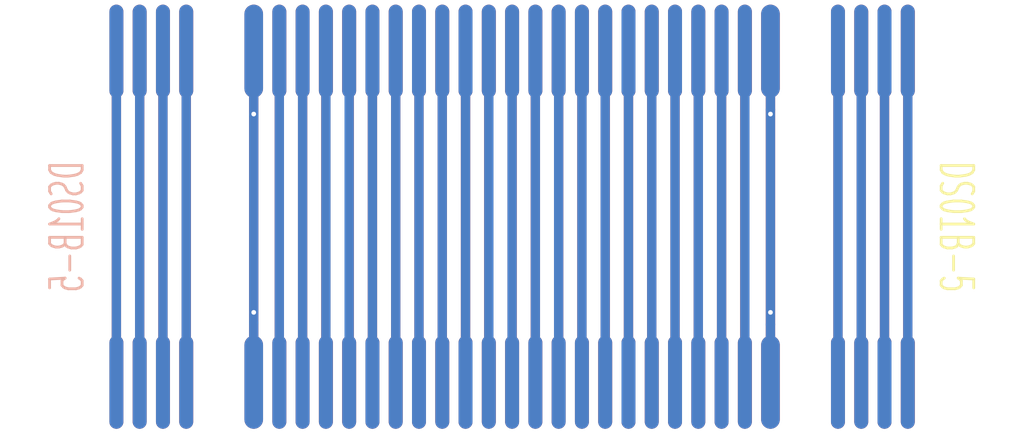
<source format=kicad_pcb>
(kicad_pcb (version 20240108) (generator "pcbnew") (generator_version "8.0")
  (layers (0 "F.Cu" signal) (31 "B.Cu" signal) (34 "B.Paste" user) (35 "F.Paste" user) (36 "B.SilkS" user "B.Silkscreen") (37 "F.SilkS" user "F.Silkscreen") (38 "B.Mask" user) (39 "F.Mask" user) (44 "Edge.Cuts" user))
  (net 0 "")
  (net 1 "/BA6.Sys")
  (net 2 "/PA0")
  (net 3 "/BA1.Sys")
  (net 4 "/A9.Sys")
  (net 5 "/PA5")
  (net 6 "/BA0.Sys")
  (net 7 "/PA1")
  (net 8 "/CIC.In.P7.Sys")
  (net 9 "/D1.Sys")
  (net 10 "/System.Clock")
  (net 11 "/A15.Sys")
  (net 12 "/GND")
  (net 13 "/D0.Sys")
  (net 14 "/A11.Sys")
  (net 15 "/A1.Sys")
  (net 16 "/A7.Sys")
  (net 17 "/PA7")
  (net 18 "/L.Audio")
  (net 19 "/~{Read}.Sys")
  (net 20 "/CIC.In.P6.Sys")
  (net 21 "/D2.Sys")
  (net 22 "/PA4")
  (net 23 "/~{Cart}.Sys")
  (net 24 "/D7.Sys")
  (net 25 "/A10.Sys")
  (net 26 "/D6.Sys")
  (net 27 "/BA2.Sys")
  (net 28 "/~{IRQ}")
  (net 29 "/D4.Sys")
  (net 30 "/SNES.5V")
  (net 31 "/PA3")
  (net 32 "/EXPAND")
  (net 33 "/A2.Sys")
  (net 34 "/A8.Sys")
  (net 35 "/D5.Sys")
  (net 36 "/CIC.Out.P1.Sys")
  (net 37 "/A3.Sys")
  (net 38 "/REFRESH")
  (net 39 "/A4.Sys")
  (net 40 "/A14.Sys")
  (net 41 "/A0.Sys")
  (net 42 "/D3.Sys")
  (net 43 "/PA6")
  (net 44 "/CPU.Clock.Sys")
  (net 45 "/R.Audio")
  (net 46 "/A12.Sys")
  (net 47 "/A5.Sys")
  (net 48 "/PA2")
  (net 49 "/~{PARD}")
  (net 50 "/A6.Sys")
  (net 51 "/CIC.Out.P2.Sys")
  (net 52 "/~{WRAM}")
  (net 53 "/BA4.Sys")
  (net 54 "/BA5.Sys")
  (net 55 "/A13.Sys")
  (net 56 "/~{Reset}.Sys")
  (net 57 "/BA3.Sys")
  (net 58 "/BA7.Sys")
  (net 59 "/~{Write}.Sys")
  (net 60 "/~{PAWR}")
  (footprint "~SF7:Edge Connector" (layer "F.Cu") (at 130 67.5)
    (property "Reference" "CN1" (hide yes))
    (property "Value" "~" (hide yes))
    (pad "1" smd oval (at 42.5 0) (size 1.5 10) (layers "B.Cu" "B.Mask") (net 10 "/System.Clock"))
    (pad "2" smd oval (at 40 0) (size 1.5 10) (layers "B.Cu" "B.Mask") (net 32 "/EXPAND"))
    (pad "3" smd oval (at 37.5 0) (size 1.5 10) (layers "B.Cu" "B.Mask") (net 43 "/PA6"))
    (pad "4" smd oval (at 35 0) (size 1.5 10) (layers "B.Cu" "B.Mask") (net 49 "/~{PARD}"))
    (pad "5" smd oval (at 27.75 0) (size 2 10) (layers "B.Cu" "B.Mask") (net 12 "/GND"))
    (pad "6" smd oval (at 25 0) (size 1.5 10) (layers "B.Cu" "B.Mask") (net 14 "/A11.Sys"))
    (pad "7" smd oval (at 22.5 0) (size 1.5 10) (layers "B.Cu" "B.Mask") (net 25 "/A10.Sys"))
    (pad "8" smd oval (at 20 0) (size 1.5 10) (layers "B.Cu" "B.Mask") (net 4 "/A9.Sys"))
    (pad "9" smd oval (at 17.5 0) (size 1.5 10) (layers "B.Cu" "B.Mask") (net 34 "/A8.Sys"))
    (pad "10" smd oval (at 15 0) (size 1.5 10) (layers "B.Cu" "B.Mask") (net 16 "/A7.Sys"))
    (pad "11" smd oval (at 12.5 0) (size 1.5 10) (layers "B.Cu" "B.Mask") (net 50 "/A6.Sys"))
    (pad "12" smd oval (at 10 0) (size 1.5 10) (layers "B.Cu" "B.Mask") (net 47 "/A5.Sys"))
    (pad "13" smd oval (at 7.5 0) (size 1.5 10) (layers "B.Cu" "B.Mask") (net 39 "/A4.Sys"))
    (pad "14" smd oval (at 5 0) (size 1.5 10) (layers "B.Cu" "B.Mask") (net 37 "/A3.Sys"))
    (pad "15" smd oval (at 2.5 0) (size 1.5 10) (layers "B.Cu" "B.Mask") (net 33 "/A2.Sys"))
    (pad "16" smd oval (at 0 0) (size 1.5 10) (layers "B.Cu" "B.Mask") (net 15 "/A1.Sys"))
    (pad "17" smd oval (at -2.5 0) (size 1.5 10) (layers "B.Cu" "B.Mask") (net 41 "/A0.Sys"))
    (pad "18" smd oval (at -5 0) (size 1.5 10) (layers "B.Cu" "B.Mask") (net 28 "/~{IRQ}"))
    (pad "19" smd oval (at -7.5 0) (size 1.5 10) (layers "B.Cu" "B.Mask") (net 13 "/D0.Sys"))
    (pad "20" smd oval (at -10 0) (size 1.5 10) (layers "B.Cu" "B.Mask") (net 9 "/D1.Sys"))
    (pad "21" smd oval (at -12.5 0) (size 1.5 10) (layers "B.Cu" "B.Mask") (net 21 "/D2.Sys"))
    (pad "22" smd oval (at -15 0) (size 1.5 10) (layers "B.Cu" "B.Mask") (net 42 "/D3.Sys"))
    (pad "23" smd oval (at -17.5 0) (size 1.5 10) (layers "B.Cu" "B.Mask") (net 19 "/~{Read}.Sys"))
    (pad "24" smd oval (at -20 0) (size 1.5 10) (layers "B.Cu" "B.Mask") (net 36 "/CIC.Out.P1.Sys"))
    (pad "25" smd oval (at -22.5 0) (size 1.5 10) (layers "B.Cu" "B.Mask") (net 8 "/CIC.In.P7.Sys"))
    (pad "26" smd oval (at -25 0) (size 1.5 10) (layers "B.Cu" "B.Mask") (net 56 "/~{Reset}.Sys"))
    (pad "27" smd oval (at -27.75 0) (size 2 10) (layers "B.Cu" "B.Mask") (net 30 "/SNES.5V"))
    (pad "28" smd oval (at -35 0) (size 1.5 10) (layers "B.Cu" "B.Mask") (net 2 "/PA0"))
    (pad "29" smd oval (at -37.5 0) (size 1.5 10) (layers "B.Cu" "B.Mask") (net 48 "/PA2"))
    (pad "30" smd oval (at -40 0) (size 1.5 10) (layers "B.Cu" "B.Mask") (net 22 "/PA4"))
    (pad "31" smd oval (at -42.5 0) (size 1.5 10) (layers "B.Cu" "B.Mask") (net 18 "/L.Audio"))
    (pad "32" smd oval (at 42.5 0) (size 1.5 10) (layers "F.Cu" "F.Mask") (net 52 "/~{WRAM}"))
    (pad "33" smd oval (at 40 0) (size 1.5 10) (layers "F.Cu" "F.Mask") (net 38 "/REFRESH"))
    (pad "34" smd oval (at 37.5 0) (size 1.5 10) (layers "F.Cu" "F.Mask") (net 17 "/PA7"))
    (pad "35" smd oval (at 35 0) (size 1.5 10) (layers "F.Cu" "F.Mask") (net 60 "/~{PAWR}"))
    (pad "36" smd oval (at 27.75 0) (size 2 10) (layers "F.Cu" "F.Mask") (net 12 "/GND"))
    (pad "37" smd oval (at 25 0) (size 1.5 10) (layers "F.Cu" "F.Mask") (net 46 "/A12.Sys"))
    (pad "38" smd oval (at 22.5 0) (size 1.5 10) (layers "F.Cu" "F.Mask") (net 55 "/A13.Sys"))
    (pad "39" smd oval (at 20 0) (size 1.5 10) (layers "F.Cu" "F.Mask") (net 40 "/A14.Sys"))
    (pad "40" smd oval (at 17.5 0) (size 1.5 10) (layers "F.Cu" "F.Mask") (net 11 "/A15.Sys"))
    (pad "41" smd oval (at 15 0) (size 1.5 10) (layers "F.Cu" "F.Mask") (net 6 "/BA0.Sys"))
    (pad "42" smd oval (at 12.5 0) (size 1.5 10) (layers "F.Cu" "F.Mask") (net 3 "/BA1.Sys"))
    (pad "43" smd oval (at 10 0) (size 1.5 10) (layers "F.Cu" "F.Mask") (net 27 "/BA2.Sys"))
    (pad "44" smd oval (at 7.5 0) (size 1.5 10) (layers "F.Cu" "F.Mask") (net 57 "/BA3.Sys"))
    (pad "45" smd oval (at 5 0) (size 1.5 10) (layers "F.Cu" "F.Mask") (net 53 "/BA4.Sys"))
    (pad "46" smd oval (at 2.5 0) (size 1.5 10) (layers "F.Cu" "F.Mask") (net 54 "/BA5.Sys"))
    (pad "47" smd oval (at 0 0) (size 1.5 10) (layers "F.Cu" "F.Mask") (net 1 "/BA6.Sys"))
    (pad "48" smd oval (at -2.5 0) (size 1.5 10) (layers "F.Cu" "F.Mask") (net 58 "/BA7.Sys"))
    (pad "49" smd oval (at -5 0) (size 1.5 10) (layers "F.Cu" "F.Mask") (net 23 "/~{Cart}.Sys"))
    (pad "50" smd oval (at -7.5 0) (size 1.5 10) (layers "F.Cu" "F.Mask") (net 29 "/D4.Sys"))
    (pad "51" smd oval (at -10 0) (size 1.5 10) (layers "F.Cu" "F.Mask") (net 35 "/D5.Sys"))
    (pad "52" smd oval (at -12.5 0) (size 1.5 10) (layers "F.Cu" "F.Mask") (net 26 "/D6.Sys"))
    (pad "53" smd oval (at -15 0) (size 1.5 10) (layers "F.Cu" "F.Mask") (net 24 "/D7.Sys"))
    (pad "54" smd oval (at -17.5 0) (size 1.5 10) (layers "F.Cu" "F.Mask") (net 59 "/~{Write}.Sys"))
    (pad "55" smd oval (at -20 0) (size 1.5 10) (layers "F.Cu" "F.Mask") (net 51 "/CIC.Out.P2.Sys"))
    (pad "56" smd oval (at -22.5 0) (size 1.5 10) (layers "F.Cu" "F.Mask") (net 20 "/CIC.In.P6.Sys"))
    (pad "57" smd oval (at -25 0) (size 1.5 10) (layers "F.Cu" "F.Mask") (net 44 "/CPU.Clock.Sys"))
    (pad "58" smd oval (at -27.75 0) (size 2 10) (layers "F.Cu" "F.Mask") (net 30 "/SNES.5V"))
    (pad "59" smd oval (at -35 0) (size 1.5 10) (layers "F.Cu" "F.Mask") (net 7 "/PA1"))
    (pad "60" smd oval (at -37.5 0) (size 1.5 10) (layers "F.Cu" "F.Mask") (net 31 "/PA3"))
    (pad "61" smd oval (at -40 0) (size 1.5 10) (layers "F.Cu" "F.Mask") (net 5 "/PA5"))
    (pad "62" smd oval (at -42.5 0) (size 1.5 10) (layers "F.Cu" "F.Mask") (net 45 "/R.Audio"))
  )
  (footprint "~SF7:Edge Connector" (layer "F.Cu") (at 130 103.05)
    (property "Reference" "CN2" (hide yes))
    (property "Value" "~" (hide yes))
    (pad "1" smd oval (at 42.5 0) (size 1.5 10) (layers "B.Cu" "B.Mask") (net 10 "/System.Clock"))
    (pad "2" smd oval (at 40 0) (size 1.5 10) (layers "B.Cu" "B.Mask") (net 32 "/EXPAND"))
    (pad "3" smd oval (at 37.5 0) (size 1.5 10) (layers "B.Cu" "B.Mask") (net 43 "/PA6"))
    (pad "4" smd oval (at 35 0) (size 1.5 10) (layers "B.Cu" "B.Mask") (net 49 "/~{PARD}"))
    (pad "5" smd oval (at 27.75 0) (size 2 10) (layers "B.Cu" "B.Mask") (net 12 "/GND"))
    (pad "6" smd oval (at 25 0) (size 1.5 10) (layers "B.Cu" "B.Mask") (net 14 "/A11.Sys"))
    (pad "7" smd oval (at 22.5 0) (size 1.5 10) (layers "B.Cu" "B.Mask") (net 25 "/A10.Sys"))
    (pad "8" smd oval (at 20 0) (size 1.5 10) (layers "B.Cu" "B.Mask") (net 4 "/A9.Sys"))
    (pad "9" smd oval (at 17.5 0) (size 1.5 10) (layers "B.Cu" "B.Mask") (net 34 "/A8.Sys"))
    (pad "10" smd oval (at 15 0) (size 1.5 10) (layers "B.Cu" "B.Mask") (net 16 "/A7.Sys"))
    (pad "11" smd oval (at 12.5 0) (size 1.5 10) (layers "B.Cu" "B.Mask") (net 50 "/A6.Sys"))
    (pad "12" smd oval (at 10 0) (size 1.5 10) (layers "B.Cu" "B.Mask") (net 47 "/A5.Sys"))
    (pad "13" smd oval (at 7.5 0) (size 1.5 10) (layers "B.Cu" "B.Mask") (net 39 "/A4.Sys"))
    (pad "14" smd oval (at 5 0) (size 1.5 10) (layers "B.Cu" "B.Mask") (net 37 "/A3.Sys"))
    (pad "15" smd oval (at 2.5 0) (size 1.5 10) (layers "B.Cu" "B.Mask") (net 33 "/A2.Sys"))
    (pad "16" smd oval (at 0 0) (size 1.5 10) (layers "B.Cu" "B.Mask") (net 15 "/A1.Sys"))
    (pad "17" smd oval (at -2.5 0) (size 1.5 10) (layers "B.Cu" "B.Mask") (net 41 "/A0.Sys"))
    (pad "18" smd oval (at -5 0) (size 1.5 10) (layers "B.Cu" "B.Mask") (net 28 "/~{IRQ}"))
    (pad "19" smd oval (at -7.5 0) (size 1.5 10) (layers "B.Cu" "B.Mask") (net 13 "/D0.Sys"))
    (pad "20" smd oval (at -10 0) (size 1.5 10) (layers "B.Cu" "B.Mask") (net 9 "/D1.Sys"))
    (pad "21" smd oval (at -12.5 0) (size 1.5 10) (layers "B.Cu" "B.Mask") (net 21 "/D2.Sys"))
    (pad "22" smd oval (at -15 0) (size 1.5 10) (layers "B.Cu" "B.Mask") (net 42 "/D3.Sys"))
    (pad "23" smd oval (at -17.5 0) (size 1.5 10) (layers "B.Cu" "B.Mask") (net 19 "/~{Read}.Sys"))
    (pad "24" smd oval (at -20 0) (size 1.5 10) (layers "B.Cu" "B.Mask") (net 36 "/CIC.Out.P1.Sys"))
    (pad "25" smd oval (at -22.5 0) (size 1.5 10) (layers "B.Cu" "B.Mask") (net 8 "/CIC.In.P7.Sys"))
    (pad "26" smd oval (at -25 0) (size 1.5 10) (layers "B.Cu" "B.Mask") (net 56 "/~{Reset}.Sys"))
    (pad "27" smd oval (at -27.75 0) (size 2 10) (layers "B.Cu" "B.Mask") (net 30 "/SNES.5V"))
    (pad "28" smd oval (at -35 0) (size 1.5 10) (layers "B.Cu" "B.Mask") (net 2 "/PA0"))
    (pad "29" smd oval (at -37.5 0) (size 1.5 10) (layers "B.Cu" "B.Mask") (net 48 "/PA2"))
    (pad "30" smd oval (at -40 0) (size 1.5 10) (layers "B.Cu" "B.Mask") (net 22 "/PA4"))
    (pad "31" smd oval (at -42.5 0) (size 1.5 10) (layers "B.Cu" "B.Mask") (net 18 "/L.Audio"))
    (pad "32" smd oval (at 42.5 0) (size 1.5 10) (layers "F.Cu" "F.Mask") (net 52 "/~{WRAM}"))
    (pad "33" smd oval (at 40 0) (size 1.5 10) (layers "F.Cu" "F.Mask") (net 38 "/REFRESH"))
    (pad "34" smd oval (at 37.5 0) (size 1.5 10) (layers "F.Cu" "F.Mask") (net 17 "/PA7"))
    (pad "35" smd oval (at 35 0) (size 1.5 10) (layers "F.Cu" "F.Mask") (net 60 "/~{PAWR}"))
    (pad "36" smd oval (at 27.75 0) (size 2 10) (layers "F.Cu" "F.Mask") (net 12 "/GND"))
    (pad "37" smd oval (at 25 0) (size 1.5 10) (layers "F.Cu" "F.Mask") (net 46 "/A12.Sys"))
    (pad "38" smd oval (at 22.5 0) (size 1.5 10) (layers "F.Cu" "F.Mask") (net 55 "/A13.Sys"))
    (pad "39" smd oval (at 20 0) (size 1.5 10) (layers "F.Cu" "F.Mask") (net 40 "/A14.Sys"))
    (pad "40" smd oval (at 17.5 0) (size 1.5 10) (layers "F.Cu" "F.Mask") (net 11 "/A15.Sys"))
    (pad "41" smd oval (at 15 0) (size 1.5 10) (layers "F.Cu" "F.Mask") (net 6 "/BA0.Sys"))
    (pad "42" smd oval (at 12.5 0) (size 1.5 10) (layers "F.Cu" "F.Mask") (net 3 "/BA1.Sys"))
    (pad "43" smd oval (at 10 0) (size 1.5 10) (layers "F.Cu" "F.Mask") (net 27 "/BA2.Sys"))
    (pad "44" smd oval (at 7.5 0) (size 1.5 10) (layers "F.Cu" "F.Mask") (net 57 "/BA3.Sys"))
    (pad "45" smd oval (at 5 0) (size 1.5 10) (layers "F.Cu" "F.Mask") (net 53 "/BA4.Sys"))
    (pad "46" smd oval (at 2.5 0) (size 1.5 10) (layers "F.Cu" "F.Mask") (net 54 "/BA5.Sys"))
    (pad "47" smd oval (at 0 0) (size 1.5 10) (layers "F.Cu" "F.Mask") (net 1 "/BA6.Sys"))
    (pad "48" smd oval (at -2.5 0) (size 1.5 10) (layers "F.Cu" "F.Mask") (net 58 "/BA7.Sys"))
    (pad "49" smd oval (at -5 0) (size 1.5 10) (layers "F.Cu" "F.Mask") (net 23 "/~{Cart}.Sys"))
    (pad "50" smd oval (at -7.5 0) (size 1.5 10) (layers "F.Cu" "F.Mask") (net 29 "/D4.Sys"))
    (pad "51" smd oval (at -10 0) (size 1.5 10) (layers "F.Cu" "F.Mask") (net 35 "/D5.Sys"))
    (pad "52" smd oval (at -12.5 0) (size 1.5 10) (layers "F.Cu" "F.Mask") (net 26 "/D6.Sys"))
    (pad "53" smd oval (at -15 0) (size 1.5 10) (layers "F.Cu" "F.Mask") (net 24 "/D7.Sys"))
    (pad "54" smd oval (at -17.5 0) (size 1.5 10) (layers "F.Cu" "F.Mask") (net 59 "/~{Write}.Sys"))
    (pad "55" smd oval (at -20 0) (size 1.5 10) (layers "F.Cu" "F.Mask") (net 51 "/CIC.Out.P2.Sys"))
    (pad "56" smd oval (at -22.5 0) (size 1.5 10) (layers "F.Cu" "F.Mask") (net 20 "/CIC.In.P6.Sys"))
    (pad "57" smd oval (at -25 0) (size 1.5 10) (layers "F.Cu" "F.Mask") (net 44 "/CPU.Clock.Sys"))
    (pad "58" smd oval (at -27.75 0) (size 2 10) (layers "F.Cu" "F.Mask") (net 30 "/SNES.5V"))
    (pad "59" smd oval (at -35 0) (size 1.5 10) (layers "F.Cu" "F.Mask") (net 7 "/PA1"))
    (pad "60" smd oval (at -37.5 0) (size 1.5 10) (layers "F.Cu" "F.Mask") (net 31 "/PA3"))
    (pad "61" smd oval (at -40 0) (size 1.5 10) (layers "F.Cu" "F.Mask") (net 5 "/PA5"))
    (pad "62" smd oval (at -42.5 0) (size 1.5 10) (layers "F.Cu" "F.Mask") (net 45 "/R.Audio"))
  )
  (gr_line (start 100 62) (end 160 62) (stroke (width 0.002)) (layer "Edge.Cuts"))
  (gr_line (start 175 108.55) (end 162.5 108.55) (stroke (width 0.002)) (layer "Edge.Cuts"))
  (gr_line (start 78.5 90.55) (end 75 90.55) (stroke (width 0.002)) (layer "Edge.Cuts"))
  (gr_line (start 85 98.55) (end 85 108.55) (stroke (width 0.002)) (layer "Edge.Cuts"))
  (gr_line (start 85 62) (end 97.5 62) (stroke (width 0.002)) (layer "Edge.Cuts"))
  (gr_line (start 181.5 79.55) (end 181.5 90.55) (stroke (width 0.002)) (layer "Edge.Cuts"))
  (gr_line (start 181.5 79.55) (end 185 79.55) (stroke (width 0.002)) (layer "Edge.Cuts"))
  (gr_line (start 78.5 79.55) (end 78.5 90.55) (stroke (width 0.002)) (layer "Edge.Cuts"))
  (gr_line (start 100 108.55) (end 160 108.55) (stroke (width 0.002)) (layer "Edge.Cuts"))
  (gr_line (start 85 62) (end 85 74.25) (stroke (width 0.002)) (layer "Edge.Cuts"))
  (gr_line (start 97.5 62) (end 97.5 74.25) (stroke (width 0.002)) (layer "Edge.Cuts"))
  (gr_line (start 162.5 98.55) (end 162.5 108.55) (stroke (width 0.002)) (layer "Edge.Cuts"))
  (gr_line (start 100 74.25) (end 97.5 74.25) (stroke (width 0.002)) (layer "Edge.Cuts"))
  (gr_line (start 175 98.55) (end 185 98.55) (stroke (width 0.002)) (layer "Edge.Cuts"))
  (gr_line (start 175 98.55) (end 175 108.55) (stroke (width 0.002)) (layer "Edge.Cuts"))
  (gr_line (start 75 74.25) (end 75 79.55) (stroke (width 0.002)) (layer "Edge.Cuts"))
  (gr_line (start 162.5 98.55) (end 160 98.55) (stroke (width 0.002)) (layer "Edge.Cuts"))
  (gr_line (start 85 98.55) (end 75 98.55) (stroke (width 0.002)) (layer "Edge.Cuts"))
  (gr_line (start 100 98.55) (end 97.5 98.55) (stroke (width 0.002)) (layer "Edge.Cuts"))
  (gr_line (start 85 108.55) (end 97.5 108.55) (stroke (width 0.002)) (layer "Edge.Cuts"))
  (gr_line (start 75 90.55) (end 75 98.55) (stroke (width 0.002)) (layer "Edge.Cuts"))
  (gr_line (start 185 74.25) (end 175 74.25) (stroke (width 0.002)) (layer "Edge.Cuts"))
  (gr_line (start 181.5 90.55) (end 185 90.55) (stroke (width 0.002)) (layer "Edge.Cuts"))
  (gr_line (start 175 62) (end 162.5 62) (stroke (width 0.002)) (layer "Edge.Cuts"))
  (gr_line (start 185 74.25) (end 185 79.55) (stroke (width 0.002)) (layer "Edge.Cuts"))
  (gr_line (start 160 98.55) (end 160 108.55) (stroke (width 0.002)) (layer "Edge.Cuts"))
  (gr_line (start 185 90.55) (end 185 98.55) (stroke (width 0.002)) (layer "Edge.Cuts"))
  (gr_line (start 162.5 62) (end 162.5 74.25) (stroke (width 0.002)) (layer "Edge.Cuts"))
  (gr_line (start 100 62) (end 100 74.25) (stroke (width 0.002)) (layer "Edge.Cuts"))
  (gr_line (start 97.5 98.55) (end 97.5 108.55) (stroke (width 0.002)) (layer "Edge.Cuts"))
  (gr_line (start 175 62) (end 175 74.25) (stroke (width 0.002)) (layer "Edge.Cuts"))
  (gr_line (start 162.5 74.25) (end 160 74.25) (stroke (width 0.002)) (layer "Edge.Cuts"))
  (gr_line (start 100 98.55) (end 100 108.55) (stroke (width 0.002)) (layer "Edge.Cuts"))
  (gr_line (start 85 74.25) (end 75 74.25) (stroke (width 0.002)) (layer "Edge.Cuts"))
  (gr_line (start 78.5 79.55) (end 75 79.55) (stroke (width 0.002)) (layer "Edge.Cuts"))
  (gr_line (start 160 62) (end 160 74.25) (stroke (width 0.002)) (layer "Edge.Cuts"))
  (gr_text "DS01B-5" (at 84.27 79.102381 90) (layer "B.SilkS") (effects (font (size 3.5 2) (thickness 0.3)) (justify left bottom mirror)))
  (gr_text "DS01B-5" (at 175.64 79.102381 -90) (layer "F.SilkS") (effects (font (size 3.5 2) (thickness 0.3)) (justify left bottom)))
  (segment (start 130 103.05) (end 130 67.5) (width 1) (layer "F.Cu") (net 1))
  (segment (start 95 103.05) (end 95 67.5) (width 1) (layer "B.Cu") (net 2))
  (segment (start 142.5 67.5) (end 142.5 103.05) (width 1) (layer "F.Cu") (net 3))
  (segment (start 150 67.5) (end 150 103.05) (width 1) (layer "B.Cu") (net 4))
  (segment (start 90 103.05) (end 90 67.5) (width 1) (layer "F.Cu") (net 5))
  (segment (start 145 103.05) (end 145 67.5) (width 1) (layer "F.Cu") (net 6))
  (segment (start 95 103.05) (end 95 67.5) (width 1) (layer "F.Cu") (net 7))
  (segment (start 107.5 67.5) (end 107.5 103.05) (width 1) (layer "B.Cu") (net 8))
  (segment (start 120 67.5) (end 120 103.05) (width 1) (layer "B.Cu") (net 9))
  (segment (start 172.5 103.05) (end 172.5 67.5) (width 1) (layer "B.Cu") (net 10))
  (segment (start 147.5 67.5) (end 147.5 103.05) (width 1) (layer "F.Cu") (net 11))
  (segment (start 157.75 67.5) (end 157.75 103.05) (width 1) (layer "F.Cu") (net 12))
  (via (at 157.75 74.25) (size 0.8) (drill 0.5) (layers "F.Cu" "B.Cu") (net 12))
  (via (at 157.75 95.55) (size 0.8) (drill 0.5) (layers "F.Cu" "B.Cu") (net 12))
  (segment (start 157.75 103.05) (end 157.75 96.86) (width 1) (layer "B.Cu") (net 12))
  (segment (start 157.75 96.86) (end 157.75 73.78) (width 1) (layer "B.Cu") (net 12))
  (segment (start 157.75 73.78) (end 157.75 67.5) (width 1) (layer "B.Cu") (net 12))
  (segment (start 122.5 103.05) (end 122.5 67.5) (width 1) (layer "B.Cu") (net 13))
  (segment (start 155 67.5) (end 155 103.05) (width 1) (layer "B.Cu") (net 14))
  (segment (start 130 67.5) (end 130 103.05) (width 1) (layer "B.Cu") (net 15))
  (segment (start 145 67.5) (end 145 103.05) (width 1) (layer "B.Cu") (net 16))
  (segment (start 167.5 67.5) (end 167.5 103.05) (width 1) (layer "F.Cu") (net 17))
  (segment (start 87.5 67.5) (end 87.5 103.05) (width 1) (layer "B.Cu") (net 18))
  (segment (start 112.5 67.5) (end 112.5 103.05) (width 1) (layer "B.Cu") (net 19))
  (segment (start 107.5 67.5) (end 107.5 103.05) (width 1) (layer "F.Cu") (net 20))
  (segment (start 117.5 103.05) (end 117.5 67.5) (width 1) (layer "B.Cu") (net 21))
  (segment (start 90 103.05) (end 90 67.5) (width 1) (layer "B.Cu") (net 22))
  (segment (start 125 103.05) (end 125 67.5) (width 1) (layer "F.Cu") (net 23))
  (segment (start 115 103.05) (end 115 67.5) (width 1) (layer "F.Cu") (net 24))
  (segment (start 152.5 103.05) (end 152.5 67.5) (width 1) (layer "B.Cu") (net 25))
  (segment (start 117.5 67.5) (end 117.5 103.05) (width 1) (layer "F.Cu") (net 26))
  (segment (start 140 103.05) (end 140 67.5) (width 1) (layer "F.Cu") (net 27))
  (segment (start 125 67.5) (end 125 103.05) (width 1) (layer "B.Cu") (net 28))
  (segment (start 122.5 67.5) (end 122.5 103.05) (width 1) (layer "F.Cu") (net 29))
  (segment (start 102.25 67.5) (end 102.25 103.05) (width 1) (layer "F.Cu") (net 30))
  (via (at 102.25 74.25) (size 0.8) (drill 0.5) (layers "F.Cu" "B.Cu") (net 30))
  (via (at 102.25 95.55) (size 0.8) (drill 0.5) (layers "F.Cu" "B.Cu") (net 30))
  (segment (start 102.25 67.5) (end 102.25 74.44) (width 1) (layer "B.Cu") (net 30))
  (segment (start 102.25 96.65) (end 102.25 103.05) (width 1) (layer "B.Cu") (net 30))
  (segment (start 102.25 74.44) (end 102.25 96.65) (width 1) (layer "B.Cu") (net 30))
  (segment (start 92.5 67.5) (end 92.5 103.05) (width 1) (layer "F.Cu") (net 31))
  (segment (start 170 67.5) (end 170 103.05) (width 1) (layer "B.Cu") (net 32))
  (segment (start 132.5 103.05) (end 132.5 67.5) (width 1) (layer "B.Cu") (net 33))
  (segment (start 147.5 103.05) (end 147.5 67.5) (width 1) (layer "B.Cu") (net 34))
  (segment (start 120 103.05) (end 120 67.5) (width 1) (layer "F.Cu") (net 35))
  (segment (start 110 103.05) (end 110 67.5) (width 1) (layer "B.Cu") (net 36))
  (segment (start 135 67.5) (end 135 103.05) (width 1) (layer "B.Cu") (net 37))
  (segment (start 170 103.05) (end 170 67.5) (width 1) (layer "F.Cu") (net 38))
  (segment (start 137.5 103.05) (end 137.5 67.5) (width 1) (layer "B.Cu") (net 39))
  (segment (start 150 103.05) (end 150 67.5) (width 1) (layer "F.Cu") (net 40))
  (segment (start 127.5 103.05) (end 127.5 67.5) (width 1) (layer "B.Cu") (net 41))
  (segment (start 115 103.05) (end 115 67.5) (width 1) (layer "B.Cu") (net 42))
  (segment (start 167.5 103.05) (end 167.5 67.5) (width 1) (layer "B.Cu") (net 43))
  (segment (start 105 103.05) (end 105 67.5) (width 1) (layer "F.Cu") (net 44))
  (segment (start 87.5 67.5) (end 87.5 103.05) (width 1) (layer "F.Cu") (net 45))
  (segment (start 155 103.05) (end 155 67.5) (width 1) (layer "F.Cu") (net 46))
  (segment (start 140 67.5) (end 140 103.05) (width 1) (layer "B.Cu") (net 47))
  (segment (start 92.5 67.5) (end 92.5 103.05) (width 1) (layer "B.Cu") (net 48))
  (segment (start 165 67.5) (end 165 103.05) (width 1) (layer "B.Cu") (net 49))
  (segment (start 142.5 103.05) (end 142.5 67.5) (width 1) (layer "B.Cu") (net 50))
  (segment (start 110 103.05) (end 110 67.5) (width 1) (layer "F.Cu") (net 51))
  (segment (start 172.5 67.5) (end 172.5 103.05) (width 1) (layer "F.Cu") (net 52))
  (segment (start 135 103.05) (end 135 67.5) (width 1) (layer "F.Cu") (net 53))
  (segment (start 132.5 67.5) (end 132.5 103.05) (width 1) (layer "F.Cu") (net 54))
  (segment (start 152.5 67.5) (end 152.5 103.05) (width 1) (layer "F.Cu") (net 55))
  (segment (start 105 103.05) (end 105 67.5) (width 1) (layer "B.Cu") (net 56))
  (segment (start 137.5 67.5) (end 137.5 103.05) (width 1) (layer "F.Cu") (net 57))
  (segment (start 127.5 67.5) (end 127.5 103.05) (width 1) (layer "F.Cu") (net 58))
  (segment (start 112.5 67.5) (end 112.5 103.05) (width 1) (layer "F.Cu") (net 59))
  (segment (start 165 103.05) (end 165 67.5) (width 1) (layer "F.Cu") (net 60))
)
</source>
